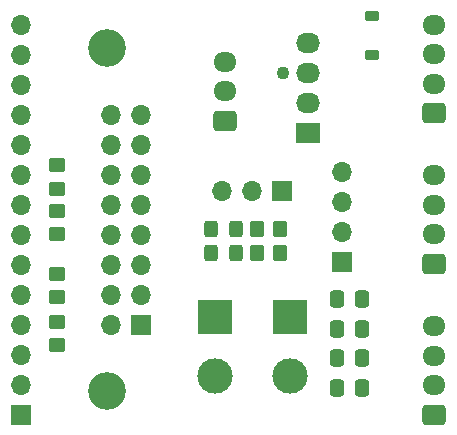
<source format=gbr>
%TF.GenerationSoftware,KiCad,Pcbnew,8.0.1*%
%TF.CreationDate,2024-09-10T20:12:53-04:00*%
%TF.ProjectId,SmartLED_Shield_Breakout,536d6172-744c-4454-945f-536869656c64,1.1*%
%TF.SameCoordinates,Original*%
%TF.FileFunction,Soldermask,Top*%
%TF.FilePolarity,Negative*%
%FSLAX46Y46*%
G04 Gerber Fmt 4.6, Leading zero omitted, Abs format (unit mm)*
G04 Created by KiCad (PCBNEW 8.0.1) date 2024-09-10 20:12:53*
%MOMM*%
%LPD*%
G01*
G04 APERTURE LIST*
G04 Aperture macros list*
%AMRoundRect*
0 Rectangle with rounded corners*
0 $1 Rounding radius*
0 $2 $3 $4 $5 $6 $7 $8 $9 X,Y pos of 4 corners*
0 Add a 4 corners polygon primitive as box body*
4,1,4,$2,$3,$4,$5,$6,$7,$8,$9,$2,$3,0*
0 Add four circle primitives for the rounded corners*
1,1,$1+$1,$2,$3*
1,1,$1+$1,$4,$5*
1,1,$1+$1,$6,$7*
1,1,$1+$1,$8,$9*
0 Add four rect primitives between the rounded corners*
20,1,$1+$1,$2,$3,$4,$5,0*
20,1,$1+$1,$4,$5,$6,$7,0*
20,1,$1+$1,$6,$7,$8,$9,0*
20,1,$1+$1,$8,$9,$2,$3,0*%
G04 Aperture macros list end*
%ADD10RoundRect,0.250000X0.725000X-0.600000X0.725000X0.600000X-0.725000X0.600000X-0.725000X-0.600000X0*%
%ADD11O,1.950000X1.700000*%
%ADD12R,1.700000X1.700000*%
%ADD13O,1.700000X1.700000*%
%ADD14RoundRect,0.250000X0.350000X0.450000X-0.350000X0.450000X-0.350000X-0.450000X0.350000X-0.450000X0*%
%ADD15RoundRect,0.250000X-0.325000X-0.450000X0.325000X-0.450000X0.325000X0.450000X-0.325000X0.450000X0*%
%ADD16RoundRect,0.250000X0.450000X-0.350000X0.450000X0.350000X-0.450000X0.350000X-0.450000X-0.350000X0*%
%ADD17RoundRect,0.225000X0.375000X-0.225000X0.375000X0.225000X-0.375000X0.225000X-0.375000X-0.225000X0*%
%ADD18C,3.200000*%
%ADD19RoundRect,0.250000X0.337500X0.475000X-0.337500X0.475000X-0.337500X-0.475000X0.337500X-0.475000X0*%
%ADD20RoundRect,0.250000X-0.450000X0.350000X-0.450000X-0.350000X0.450000X-0.350000X0.450000X0.350000X0*%
%ADD21R,3.000000X3.000000*%
%ADD22C,3.000000*%
%ADD23C,1.100000*%
%ADD24R,2.030000X1.730000*%
%ADD25O,2.030000X1.730000*%
G04 APERTURE END LIST*
D10*
%TO.C,J2*%
X142255000Y-100108000D03*
D11*
X142255000Y-97608000D03*
X142255000Y-95108000D03*
%TD*%
D12*
%TO.C,P1*%
X135160000Y-117380000D03*
D13*
X132620000Y-117380000D03*
X135160000Y-114840000D03*
X132620000Y-114840000D03*
X135160000Y-112300000D03*
X132620000Y-112300000D03*
X135160000Y-109760000D03*
X132620000Y-109760000D03*
X135160000Y-107220000D03*
X132620000Y-107220000D03*
X135160000Y-104680000D03*
X132620000Y-104680000D03*
X135160000Y-102140000D03*
X132620000Y-102140000D03*
X135160000Y-99600000D03*
X132620000Y-99600000D03*
%TD*%
D12*
%TO.C,J4*%
X147083000Y-106096000D03*
D13*
X144543000Y-106096000D03*
X142003000Y-106096000D03*
%TD*%
D10*
%TO.C,I2C1*%
X160000000Y-99500000D03*
D11*
X160000000Y-97000000D03*
X160000000Y-94500000D03*
X160000000Y-92000000D03*
%TD*%
D10*
%TO.C,I2C3*%
X160000000Y-125000000D03*
D11*
X160000000Y-122500000D03*
X160000000Y-120000000D03*
X160000000Y-117500000D03*
%TD*%
D14*
%TO.C,R6*%
X146970000Y-109252000D03*
X144970000Y-109252000D03*
%TD*%
D15*
%TO.C,LED1*%
X141135000Y-111284000D03*
X143185000Y-111284000D03*
%TD*%
D16*
%TO.C,R3*%
X128048000Y-115078000D03*
X128048000Y-113078000D03*
%TD*%
D17*
%TO.C,D1*%
X154718000Y-94520000D03*
X154718000Y-91220000D03*
%TD*%
D12*
%TO.C,T1*%
X125000000Y-125000000D03*
D13*
X125000000Y-122460000D03*
X125000000Y-119920000D03*
X125000000Y-117380000D03*
X125000000Y-114840000D03*
X125000000Y-112300000D03*
X125000000Y-109760000D03*
X125000000Y-107220000D03*
X125000000Y-104680000D03*
X125000000Y-102140000D03*
X125000000Y-99600000D03*
X125000000Y-97060000D03*
X125000000Y-94520000D03*
X125000000Y-91980000D03*
%TD*%
D18*
%TO.C,H1*%
X132250000Y-94000000D03*
%TD*%
D14*
%TO.C,R5*%
X146970000Y-111284000D03*
X144970000Y-111284000D03*
%TD*%
D19*
%TO.C,C4*%
X153865500Y-115250000D03*
X151790500Y-115250000D03*
%TD*%
%TO.C,C3*%
X153865500Y-117750000D03*
X151790500Y-117750000D03*
%TD*%
D20*
%TO.C,R4*%
X128048000Y-117142000D03*
X128048000Y-119142000D03*
%TD*%
D21*
%TO.C,LEDPWR1*%
X141398000Y-116766000D03*
D22*
X141398000Y-121766000D03*
%TD*%
D10*
%TO.C,I2C2*%
X160000000Y-112250000D03*
D11*
X160000000Y-109750000D03*
X160000000Y-107250000D03*
X160000000Y-104750000D03*
%TD*%
D19*
%TO.C,C2*%
X153865500Y-120250000D03*
X151790500Y-120250000D03*
%TD*%
D15*
%TO.C,LED2*%
X141135000Y-109252000D03*
X143185000Y-109252000D03*
%TD*%
D16*
%TO.C,R2*%
X128048000Y-109744000D03*
X128048000Y-107744000D03*
%TD*%
D20*
%TO.C,R1*%
X128048000Y-103900000D03*
X128048000Y-105900000D03*
%TD*%
D19*
%TO.C,C1*%
X153865500Y-122750000D03*
X151790500Y-122750000D03*
%TD*%
D23*
%TO.C,J1*%
X147178000Y-96044000D03*
D24*
X149338000Y-101124000D03*
D25*
X149338000Y-98584000D03*
X149338000Y-96044000D03*
X149338000Y-93504000D03*
%TD*%
D12*
%TO.C,B1*%
X152178000Y-112046000D03*
D13*
X152178000Y-109506000D03*
X152178000Y-106966000D03*
X152178000Y-104426000D03*
%TD*%
D18*
%TO.C,H2*%
X132250000Y-123000000D03*
%TD*%
D21*
%TO.C,BCKPWR1*%
X147750000Y-116750000D03*
D22*
X147750000Y-121750000D03*
%TD*%
M02*

</source>
